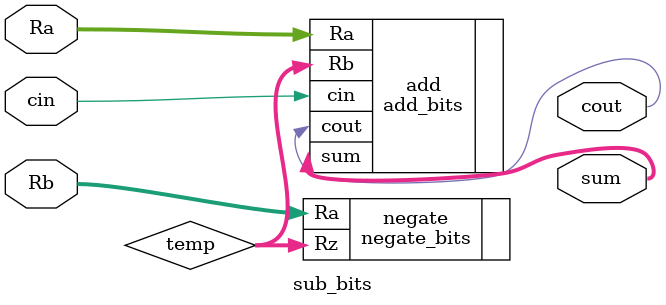
<source format=v>
`timescale 1ns / 10ps

module sub_bits(input wire [31:0] Ra, input wire [31:0] Rb, input wire cin, output wire [31:0] sum, output wire cout);
	wire [31:0] temp;
	negate_bits negate(.Ra(Rb),.Rz(temp));
	add_bits add(.Ra(Ra), .Rb(temp), .cin(cin), .sum(sum), .cout(cout));
	endmodule


</source>
